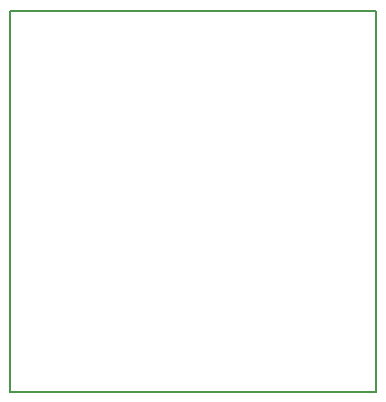
<source format=gm1>
G04*
G04 #@! TF.GenerationSoftware,Altium Limited,Altium Designer,21.4.1 (30)*
G04*
G04 Layer_Color=16711935*
%FSLAX25Y25*%
%MOIN*%
G70*
G04*
G04 #@! TF.SameCoordinates,70962A66-5B05-4BC0-AD96-6F7431C900D1*
G04*
G04*
G04 #@! TF.FilePolarity,Positive*
G04*
G01*
G75*
%ADD17C,0.00598*%
D17*
X119000Y52500D02*
Y179500D01*
X241000D01*
Y52500D02*
Y87500D01*
X119000Y52500D02*
X241000D01*
Y87500D02*
Y179500D01*
M02*

</source>
